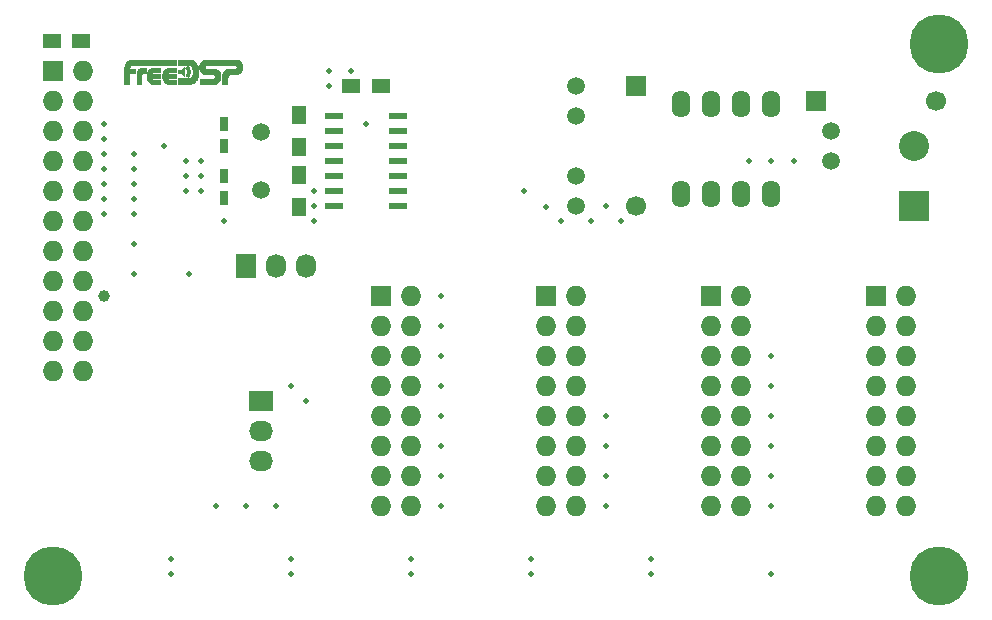
<source format=gts>
G04 #@! TF.FileFunction,Soldermask,Top*
%FSLAX46Y46*%
G04 Gerber Fmt 4.6, Leading zero omitted, Abs format (unit mm)*
G04 Created by KiCad (PCBNEW (2015-07-22 BZR 5980)-product) date Montag, 16. Mai 2016 'u53' 14:53:15*
%MOMM*%
G01*
G04 APERTURE LIST*
%ADD10C,0.100000*%
%ADD11C,5.000000*%
%ADD12C,0.500000*%
%ADD13C,1.000000*%
%ADD14C,1.501140*%
%ADD15R,1.500000X1.250000*%
%ADD16C,1.699260*%
%ADD17R,1.699260X1.699260*%
%ADD18R,1.727200X2.032000*%
%ADD19O,1.727200X2.032000*%
%ADD20R,2.032000X1.727200*%
%ADD21O,2.032000X1.727200*%
%ADD22R,2.540000X2.540000*%
%ADD23C,2.540000*%
%ADD24R,1.727200X1.727200*%
%ADD25O,1.727200X1.727200*%
%ADD26R,1.300000X1.500000*%
%ADD27R,1.500000X0.600000*%
%ADD28O,1.600000X2.300000*%
%ADD29R,0.750000X1.200000*%
G04 APERTURE END LIST*
D10*
G36*
X157892750Y-65361344D02*
X157507781Y-65361344D01*
X157443458Y-65361354D01*
X157386619Y-65361389D01*
X157336813Y-65361455D01*
X157293585Y-65361560D01*
X157256484Y-65361712D01*
X157225057Y-65361916D01*
X157198850Y-65362181D01*
X157177412Y-65362513D01*
X157160289Y-65362921D01*
X157147028Y-65363409D01*
X157137177Y-65363987D01*
X157130283Y-65364661D01*
X157125894Y-65365438D01*
X157123556Y-65366325D01*
X157122816Y-65367330D01*
X157122813Y-65367417D01*
X157124643Y-65375906D01*
X157129524Y-65389224D01*
X157136538Y-65405321D01*
X157144771Y-65422152D01*
X157153305Y-65437669D01*
X157156806Y-65443376D01*
X157172041Y-65464047D01*
X157189578Y-65482810D01*
X157207364Y-65497622D01*
X157217904Y-65504075D01*
X157223866Y-65506940D01*
X157230036Y-65509443D01*
X157236968Y-65511607D01*
X157245214Y-65513457D01*
X157255327Y-65515018D01*
X157267860Y-65516313D01*
X157283366Y-65517369D01*
X157302398Y-65518208D01*
X157325509Y-65518856D01*
X157353252Y-65519336D01*
X157386180Y-65519675D01*
X157424846Y-65519895D01*
X157469802Y-65520022D01*
X157521602Y-65520080D01*
X157579414Y-65520094D01*
X157884813Y-65520094D01*
X157884813Y-65684797D01*
X157884813Y-65849500D01*
X157542508Y-65848979D01*
X157490403Y-65848864D01*
X157440102Y-65848686D01*
X157392237Y-65848450D01*
X157347442Y-65848163D01*
X157306348Y-65847830D01*
X157269588Y-65847459D01*
X157237795Y-65847054D01*
X157211601Y-65846623D01*
X157191637Y-65846172D01*
X157178538Y-65845706D01*
X157173800Y-65845375D01*
X157118381Y-65834991D01*
X157065378Y-65817184D01*
X157015070Y-65792176D01*
X156967736Y-65760187D01*
X156923652Y-65721439D01*
X156883099Y-65676153D01*
X156846353Y-65624550D01*
X156813694Y-65566851D01*
X156807451Y-65554128D01*
X156783095Y-65497809D01*
X156763767Y-65440672D01*
X156749151Y-65381317D01*
X156738930Y-65318347D01*
X156732789Y-65250363D01*
X156731230Y-65216485D01*
X156731225Y-65138101D01*
X156736760Y-65064667D01*
X156748010Y-64995285D01*
X156765146Y-64929056D01*
X156788343Y-64865082D01*
X156807097Y-64823578D01*
X156839010Y-64765499D01*
X156874989Y-64713668D01*
X156914811Y-64668300D01*
X156958255Y-64629608D01*
X157005097Y-64597804D01*
X157055116Y-64573104D01*
X157076288Y-64565149D01*
X157087246Y-64561357D01*
X157097031Y-64558012D01*
X157106186Y-64555082D01*
X157115257Y-64552538D01*
X157124786Y-64550350D01*
X157135318Y-64548490D01*
X157147398Y-64546926D01*
X157161568Y-64545630D01*
X157178374Y-64544572D01*
X157198359Y-64543722D01*
X157222067Y-64543051D01*
X157250043Y-64542528D01*
X157282831Y-64542125D01*
X157320973Y-64541811D01*
X157365016Y-64541558D01*
X157415502Y-64541334D01*
X157472976Y-64541111D01*
X157520680Y-64540928D01*
X157884813Y-64539500D01*
X157884813Y-64708237D01*
X157884813Y-64876975D01*
X157564336Y-64878058D01*
X157243859Y-64879141D01*
X157222558Y-64890939D01*
X157207898Y-64900774D01*
X157192655Y-64913636D01*
X157183794Y-64922689D01*
X157170161Y-64940729D01*
X157155856Y-64963818D01*
X157142319Y-64989350D01*
X157130984Y-65014723D01*
X157126756Y-65026058D01*
X157119271Y-65047813D01*
X157506011Y-65047813D01*
X157892750Y-65047813D01*
X157892750Y-65204578D01*
X157892750Y-65361344D01*
X157892750Y-65361344D01*
X157892750Y-65361344D01*
G37*
X157892750Y-65361344D02*
X157507781Y-65361344D01*
X157443458Y-65361354D01*
X157386619Y-65361389D01*
X157336813Y-65361455D01*
X157293585Y-65361560D01*
X157256484Y-65361712D01*
X157225057Y-65361916D01*
X157198850Y-65362181D01*
X157177412Y-65362513D01*
X157160289Y-65362921D01*
X157147028Y-65363409D01*
X157137177Y-65363987D01*
X157130283Y-65364661D01*
X157125894Y-65365438D01*
X157123556Y-65366325D01*
X157122816Y-65367330D01*
X157122813Y-65367417D01*
X157124643Y-65375906D01*
X157129524Y-65389224D01*
X157136538Y-65405321D01*
X157144771Y-65422152D01*
X157153305Y-65437669D01*
X157156806Y-65443376D01*
X157172041Y-65464047D01*
X157189578Y-65482810D01*
X157207364Y-65497622D01*
X157217904Y-65504075D01*
X157223866Y-65506940D01*
X157230036Y-65509443D01*
X157236968Y-65511607D01*
X157245214Y-65513457D01*
X157255327Y-65515018D01*
X157267860Y-65516313D01*
X157283366Y-65517369D01*
X157302398Y-65518208D01*
X157325509Y-65518856D01*
X157353252Y-65519336D01*
X157386180Y-65519675D01*
X157424846Y-65519895D01*
X157469802Y-65520022D01*
X157521602Y-65520080D01*
X157579414Y-65520094D01*
X157884813Y-65520094D01*
X157884813Y-65684797D01*
X157884813Y-65849500D01*
X157542508Y-65848979D01*
X157490403Y-65848864D01*
X157440102Y-65848686D01*
X157392237Y-65848450D01*
X157347442Y-65848163D01*
X157306348Y-65847830D01*
X157269588Y-65847459D01*
X157237795Y-65847054D01*
X157211601Y-65846623D01*
X157191637Y-65846172D01*
X157178538Y-65845706D01*
X157173800Y-65845375D01*
X157118381Y-65834991D01*
X157065378Y-65817184D01*
X157015070Y-65792176D01*
X156967736Y-65760187D01*
X156923652Y-65721439D01*
X156883099Y-65676153D01*
X156846353Y-65624550D01*
X156813694Y-65566851D01*
X156807451Y-65554128D01*
X156783095Y-65497809D01*
X156763767Y-65440672D01*
X156749151Y-65381317D01*
X156738930Y-65318347D01*
X156732789Y-65250363D01*
X156731230Y-65216485D01*
X156731225Y-65138101D01*
X156736760Y-65064667D01*
X156748010Y-64995285D01*
X156765146Y-64929056D01*
X156788343Y-64865082D01*
X156807097Y-64823578D01*
X156839010Y-64765499D01*
X156874989Y-64713668D01*
X156914811Y-64668300D01*
X156958255Y-64629608D01*
X157005097Y-64597804D01*
X157055116Y-64573104D01*
X157076288Y-64565149D01*
X157087246Y-64561357D01*
X157097031Y-64558012D01*
X157106186Y-64555082D01*
X157115257Y-64552538D01*
X157124786Y-64550350D01*
X157135318Y-64548490D01*
X157147398Y-64546926D01*
X157161568Y-64545630D01*
X157178374Y-64544572D01*
X157198359Y-64543722D01*
X157222067Y-64543051D01*
X157250043Y-64542528D01*
X157282831Y-64542125D01*
X157320973Y-64541811D01*
X157365016Y-64541558D01*
X157415502Y-64541334D01*
X157472976Y-64541111D01*
X157520680Y-64540928D01*
X157884813Y-64539500D01*
X157884813Y-64708237D01*
X157884813Y-64876975D01*
X157564336Y-64878058D01*
X157243859Y-64879141D01*
X157222558Y-64890939D01*
X157207898Y-64900774D01*
X157192655Y-64913636D01*
X157183794Y-64922689D01*
X157170161Y-64940729D01*
X157155856Y-64963818D01*
X157142319Y-64989350D01*
X157130984Y-65014723D01*
X157126756Y-65026058D01*
X157119271Y-65047813D01*
X157506011Y-65047813D01*
X157892750Y-65047813D01*
X157892750Y-65204578D01*
X157892750Y-65361344D01*
X157892750Y-65361344D01*
G36*
X155332906Y-64912875D02*
X155292227Y-64913211D01*
X155275885Y-64913442D01*
X155253482Y-64913894D01*
X155226888Y-64914524D01*
X155197976Y-64915286D01*
X155168615Y-64916134D01*
X155160266Y-64916391D01*
X155130939Y-64917335D01*
X155108319Y-64918206D01*
X155091176Y-64919153D01*
X155078282Y-64920327D01*
X155068408Y-64921878D01*
X155060327Y-64923954D01*
X155052809Y-64926706D01*
X155044626Y-64930285D01*
X155043979Y-64930578D01*
X155018409Y-64946098D01*
X154996731Y-64967037D01*
X154980599Y-64991659D01*
X154976219Y-65001747D01*
X154973408Y-65009390D01*
X154970920Y-65016740D01*
X154968740Y-65024298D01*
X154966850Y-65032567D01*
X154965236Y-65042049D01*
X154963881Y-65053248D01*
X154962770Y-65066665D01*
X154961886Y-65082803D01*
X154961214Y-65102164D01*
X154960738Y-65125251D01*
X154960442Y-65152565D01*
X154960310Y-65184611D01*
X154960326Y-65221889D01*
X154960474Y-65264903D01*
X154960739Y-65314155D01*
X154961105Y-65370148D01*
X154961555Y-65433383D01*
X154961746Y-65459571D01*
X154964569Y-65845532D01*
X154775675Y-65845532D01*
X154586781Y-65845532D01*
X154586805Y-65384164D01*
X154586814Y-65310998D01*
X154586844Y-65245302D01*
X154586910Y-65186611D01*
X154587028Y-65134458D01*
X154587212Y-65088378D01*
X154587479Y-65047903D01*
X154587843Y-65012567D01*
X154588319Y-64981904D01*
X154588924Y-64955447D01*
X154589673Y-64932730D01*
X154590580Y-64913287D01*
X154591661Y-64896652D01*
X154592931Y-64882357D01*
X154594406Y-64869936D01*
X154596101Y-64858924D01*
X154598032Y-64848854D01*
X154600213Y-64839259D01*
X154602661Y-64829672D01*
X154605350Y-64819772D01*
X154623596Y-64767257D01*
X154647928Y-64719414D01*
X154677983Y-64676604D01*
X154713400Y-64639191D01*
X154753817Y-64607538D01*
X154798872Y-64582007D01*
X154848203Y-64562961D01*
X154866578Y-64557852D01*
X154879750Y-64554748D01*
X154893028Y-64552133D01*
X154907209Y-64549966D01*
X154923092Y-64548206D01*
X154941472Y-64546813D01*
X154963147Y-64545745D01*
X154988915Y-64544962D01*
X155019572Y-64544422D01*
X155055915Y-64544086D01*
X155098742Y-64543911D01*
X155139430Y-64543860D01*
X155332906Y-64543782D01*
X155332906Y-64728328D01*
X155332906Y-64912875D01*
X155332906Y-64912875D01*
X155332906Y-64912875D01*
G37*
X155332906Y-64912875D02*
X155292227Y-64913211D01*
X155275885Y-64913442D01*
X155253482Y-64913894D01*
X155226888Y-64914524D01*
X155197976Y-64915286D01*
X155168615Y-64916134D01*
X155160266Y-64916391D01*
X155130939Y-64917335D01*
X155108319Y-64918206D01*
X155091176Y-64919153D01*
X155078282Y-64920327D01*
X155068408Y-64921878D01*
X155060327Y-64923954D01*
X155052809Y-64926706D01*
X155044626Y-64930285D01*
X155043979Y-64930578D01*
X155018409Y-64946098D01*
X154996731Y-64967037D01*
X154980599Y-64991659D01*
X154976219Y-65001747D01*
X154973408Y-65009390D01*
X154970920Y-65016740D01*
X154968740Y-65024298D01*
X154966850Y-65032567D01*
X154965236Y-65042049D01*
X154963881Y-65053248D01*
X154962770Y-65066665D01*
X154961886Y-65082803D01*
X154961214Y-65102164D01*
X154960738Y-65125251D01*
X154960442Y-65152565D01*
X154960310Y-65184611D01*
X154960326Y-65221889D01*
X154960474Y-65264903D01*
X154960739Y-65314155D01*
X154961105Y-65370148D01*
X154961555Y-65433383D01*
X154961746Y-65459571D01*
X154964569Y-65845532D01*
X154775675Y-65845532D01*
X154586781Y-65845532D01*
X154586805Y-65384164D01*
X154586814Y-65310998D01*
X154586844Y-65245302D01*
X154586910Y-65186611D01*
X154587028Y-65134458D01*
X154587212Y-65088378D01*
X154587479Y-65047903D01*
X154587843Y-65012567D01*
X154588319Y-64981904D01*
X154588924Y-64955447D01*
X154589673Y-64932730D01*
X154590580Y-64913287D01*
X154591661Y-64896652D01*
X154592931Y-64882357D01*
X154594406Y-64869936D01*
X154596101Y-64858924D01*
X154598032Y-64848854D01*
X154600213Y-64839259D01*
X154602661Y-64829672D01*
X154605350Y-64819772D01*
X154623596Y-64767257D01*
X154647928Y-64719414D01*
X154677983Y-64676604D01*
X154713400Y-64639191D01*
X154753817Y-64607538D01*
X154798872Y-64582007D01*
X154848203Y-64562961D01*
X154866578Y-64557852D01*
X154879750Y-64554748D01*
X154893028Y-64552133D01*
X154907209Y-64549966D01*
X154923092Y-64548206D01*
X154941472Y-64546813D01*
X154963147Y-64545745D01*
X154988915Y-64544962D01*
X155019572Y-64544422D01*
X155055915Y-64544086D01*
X155098742Y-64543911D01*
X155139430Y-64543860D01*
X155332906Y-64543782D01*
X155332906Y-64728328D01*
X155332906Y-64912875D01*
X155332906Y-64912875D01*
G36*
X156575125Y-65361344D02*
X156189889Y-65361344D01*
X155804653Y-65361344D01*
X155807278Y-65370274D01*
X155810134Y-65377803D01*
X155815506Y-65390250D01*
X155822426Y-65405401D01*
X155825413Y-65411728D01*
X155841092Y-65439306D01*
X155860311Y-65464713D01*
X155881494Y-65486157D01*
X155903062Y-65501841D01*
X155906087Y-65503509D01*
X155926234Y-65514141D01*
X156248695Y-65515223D01*
X156571156Y-65516306D01*
X156571156Y-65680919D01*
X156571156Y-65845532D01*
X156214961Y-65845250D01*
X156153409Y-65845194D01*
X156099258Y-65845123D01*
X156051973Y-65845027D01*
X156011018Y-65844893D01*
X155975857Y-65844712D01*
X155945954Y-65844472D01*
X155920773Y-65844162D01*
X155899778Y-65843772D01*
X155882434Y-65843291D01*
X155868205Y-65842707D01*
X155856555Y-65842010D01*
X155846947Y-65841188D01*
X155838846Y-65840232D01*
X155831717Y-65839129D01*
X155825022Y-65837870D01*
X155821988Y-65837245D01*
X155766691Y-65821733D01*
X155714828Y-65799127D01*
X155666351Y-65769394D01*
X155621218Y-65732502D01*
X155579382Y-65688417D01*
X155540799Y-65637106D01*
X155534292Y-65627250D01*
X155500019Y-65568416D01*
X155471862Y-65506984D01*
X155449677Y-65442384D01*
X155433323Y-65374043D01*
X155422657Y-65301390D01*
X155417539Y-65223855D01*
X155417364Y-65156953D01*
X155420210Y-65093980D01*
X155425918Y-65037010D01*
X155434827Y-64984518D01*
X155447276Y-64934983D01*
X155463603Y-64886880D01*
X155484145Y-64838688D01*
X155491379Y-64823578D01*
X155523794Y-64764385D01*
X155559587Y-64712294D01*
X155598968Y-64667131D01*
X155642148Y-64628718D01*
X155689337Y-64596882D01*
X155740746Y-64571445D01*
X155796585Y-64552233D01*
X155825145Y-64545144D01*
X155831072Y-64544004D01*
X155838195Y-64542993D01*
X155847026Y-64542101D01*
X155858078Y-64541317D01*
X155871864Y-64540629D01*
X155888897Y-64540028D01*
X155909691Y-64539501D01*
X155934758Y-64539040D01*
X155964612Y-64538631D01*
X155999765Y-64538266D01*
X156040731Y-64537933D01*
X156088022Y-64537621D01*
X156142152Y-64537319D01*
X156203633Y-64537018D01*
X156212977Y-64536974D01*
X156571156Y-64535317D01*
X156571157Y-64705245D01*
X156571158Y-64875172D01*
X156254649Y-64875172D01*
X155938141Y-64875172D01*
X155915438Y-64885813D01*
X155890909Y-64901102D01*
X155867780Y-64922789D01*
X155847628Y-64949333D01*
X155843579Y-64955964D01*
X155836676Y-64968724D01*
X155828919Y-64984527D01*
X155821118Y-65001522D01*
X155814086Y-65017858D01*
X155808633Y-65031684D01*
X155805571Y-65041149D01*
X155805188Y-65043568D01*
X155808120Y-65044348D01*
X155817050Y-65045043D01*
X155832173Y-65045654D01*
X155853686Y-65046185D01*
X155881785Y-65046637D01*
X155916667Y-65047012D01*
X155958529Y-65047312D01*
X156007566Y-65047540D01*
X156063976Y-65047698D01*
X156127956Y-65047788D01*
X156190156Y-65047813D01*
X156575125Y-65047813D01*
X156575125Y-65204578D01*
X156575125Y-65361344D01*
X156575125Y-65361344D01*
X156575125Y-65361344D01*
G37*
X156575125Y-65361344D02*
X156189889Y-65361344D01*
X155804653Y-65361344D01*
X155807278Y-65370274D01*
X155810134Y-65377803D01*
X155815506Y-65390250D01*
X155822426Y-65405401D01*
X155825413Y-65411728D01*
X155841092Y-65439306D01*
X155860311Y-65464713D01*
X155881494Y-65486157D01*
X155903062Y-65501841D01*
X155906087Y-65503509D01*
X155926234Y-65514141D01*
X156248695Y-65515223D01*
X156571156Y-65516306D01*
X156571156Y-65680919D01*
X156571156Y-65845532D01*
X156214961Y-65845250D01*
X156153409Y-65845194D01*
X156099258Y-65845123D01*
X156051973Y-65845027D01*
X156011018Y-65844893D01*
X155975857Y-65844712D01*
X155945954Y-65844472D01*
X155920773Y-65844162D01*
X155899778Y-65843772D01*
X155882434Y-65843291D01*
X155868205Y-65842707D01*
X155856555Y-65842010D01*
X155846947Y-65841188D01*
X155838846Y-65840232D01*
X155831717Y-65839129D01*
X155825022Y-65837870D01*
X155821988Y-65837245D01*
X155766691Y-65821733D01*
X155714828Y-65799127D01*
X155666351Y-65769394D01*
X155621218Y-65732502D01*
X155579382Y-65688417D01*
X155540799Y-65637106D01*
X155534292Y-65627250D01*
X155500019Y-65568416D01*
X155471862Y-65506984D01*
X155449677Y-65442384D01*
X155433323Y-65374043D01*
X155422657Y-65301390D01*
X155417539Y-65223855D01*
X155417364Y-65156953D01*
X155420210Y-65093980D01*
X155425918Y-65037010D01*
X155434827Y-64984518D01*
X155447276Y-64934983D01*
X155463603Y-64886880D01*
X155484145Y-64838688D01*
X155491379Y-64823578D01*
X155523794Y-64764385D01*
X155559587Y-64712294D01*
X155598968Y-64667131D01*
X155642148Y-64628718D01*
X155689337Y-64596882D01*
X155740746Y-64571445D01*
X155796585Y-64552233D01*
X155825145Y-64545144D01*
X155831072Y-64544004D01*
X155838195Y-64542993D01*
X155847026Y-64542101D01*
X155858078Y-64541317D01*
X155871864Y-64540629D01*
X155888897Y-64540028D01*
X155909691Y-64539501D01*
X155934758Y-64539040D01*
X155964612Y-64538631D01*
X155999765Y-64538266D01*
X156040731Y-64537933D01*
X156088022Y-64537621D01*
X156142152Y-64537319D01*
X156203633Y-64537018D01*
X156212977Y-64536974D01*
X156571156Y-64535317D01*
X156571157Y-64705245D01*
X156571158Y-64875172D01*
X156254649Y-64875172D01*
X155938141Y-64875172D01*
X155915438Y-64885813D01*
X155890909Y-64901102D01*
X155867780Y-64922789D01*
X155847628Y-64949333D01*
X155843579Y-64955964D01*
X155836676Y-64968724D01*
X155828919Y-64984527D01*
X155821118Y-65001522D01*
X155814086Y-65017858D01*
X155808633Y-65031684D01*
X155805571Y-65041149D01*
X155805188Y-65043568D01*
X155808120Y-65044348D01*
X155817050Y-65045043D01*
X155832173Y-65045654D01*
X155853686Y-65046185D01*
X155881785Y-65046637D01*
X155916667Y-65047012D01*
X155958529Y-65047312D01*
X156007566Y-65047540D01*
X156063976Y-65047698D01*
X156127956Y-65047788D01*
X156190156Y-65047813D01*
X156575125Y-65047813D01*
X156575125Y-65204578D01*
X156575125Y-65361344D01*
X156575125Y-65361344D01*
G36*
X157892750Y-64242107D02*
X156020492Y-64243124D01*
X154148234Y-64244141D01*
X154114325Y-64256285D01*
X154076678Y-64272719D01*
X154044338Y-64293545D01*
X154015299Y-64320071D01*
X154013650Y-64321838D01*
X153987009Y-64356230D01*
X153965487Y-64395847D01*
X153949513Y-64439514D01*
X153939512Y-64486053D01*
X153935911Y-64534290D01*
X153935906Y-64536131D01*
X153935906Y-64559657D01*
X154193875Y-64559657D01*
X154451844Y-64559657D01*
X154451844Y-64746188D01*
X154451844Y-64932719D01*
X154193875Y-64932719D01*
X153935906Y-64932719D01*
X153935906Y-65387141D01*
X153935906Y-65841563D01*
X153711491Y-65841563D01*
X153487077Y-65841563D01*
X153488515Y-65249227D01*
X153488714Y-65166939D01*
X153488903Y-65092142D01*
X153489095Y-65024390D01*
X153489303Y-64963237D01*
X153489540Y-64908235D01*
X153489820Y-64858938D01*
X153490155Y-64814901D01*
X153490560Y-64775677D01*
X153491048Y-64740819D01*
X153491631Y-64709881D01*
X153492323Y-64682416D01*
X153493138Y-64657979D01*
X153494088Y-64636122D01*
X153495188Y-64616400D01*
X153496449Y-64598366D01*
X153497886Y-64581574D01*
X153499513Y-64565576D01*
X153501341Y-64549928D01*
X153503384Y-64534182D01*
X153505657Y-64517892D01*
X153508171Y-64500612D01*
X153510941Y-64481895D01*
X153511474Y-64478297D01*
X153526656Y-64393474D01*
X153546247Y-64314843D01*
X153570433Y-64241874D01*
X153599405Y-64174035D01*
X153633349Y-64110796D01*
X153653045Y-64079528D01*
X153673695Y-64051069D01*
X153698489Y-64021160D01*
X153725799Y-63991494D01*
X153753991Y-63963762D01*
X153781437Y-63939654D01*
X153805109Y-63921803D01*
X153861315Y-63888384D01*
X153922540Y-63860833D01*
X153988263Y-63839330D01*
X154057967Y-63824058D01*
X154103430Y-63817745D01*
X154110083Y-63817375D01*
X154123164Y-63817024D01*
X154142742Y-63816690D01*
X154168885Y-63816374D01*
X154201662Y-63816076D01*
X154241140Y-63815795D01*
X154287389Y-63815531D01*
X154340476Y-63815285D01*
X154400469Y-63815055D01*
X154467438Y-63814842D01*
X154541450Y-63814645D01*
X154622574Y-63814466D01*
X154710879Y-63814302D01*
X154806431Y-63814155D01*
X154909301Y-63814023D01*
X155019556Y-63813908D01*
X155137264Y-63813808D01*
X155262494Y-63813724D01*
X155395315Y-63813655D01*
X155535794Y-63813602D01*
X155684000Y-63813563D01*
X155840002Y-63813540D01*
X156003867Y-63813532D01*
X156017359Y-63813532D01*
X157892750Y-63813532D01*
X157892750Y-64027819D01*
X157892750Y-64242107D01*
X157892750Y-64242107D01*
X157892750Y-64242107D01*
G37*
X157892750Y-64242107D02*
X156020492Y-64243124D01*
X154148234Y-64244141D01*
X154114325Y-64256285D01*
X154076678Y-64272719D01*
X154044338Y-64293545D01*
X154015299Y-64320071D01*
X154013650Y-64321838D01*
X153987009Y-64356230D01*
X153965487Y-64395847D01*
X153949513Y-64439514D01*
X153939512Y-64486053D01*
X153935911Y-64534290D01*
X153935906Y-64536131D01*
X153935906Y-64559657D01*
X154193875Y-64559657D01*
X154451844Y-64559657D01*
X154451844Y-64746188D01*
X154451844Y-64932719D01*
X154193875Y-64932719D01*
X153935906Y-64932719D01*
X153935906Y-65387141D01*
X153935906Y-65841563D01*
X153711491Y-65841563D01*
X153487077Y-65841563D01*
X153488515Y-65249227D01*
X153488714Y-65166939D01*
X153488903Y-65092142D01*
X153489095Y-65024390D01*
X153489303Y-64963237D01*
X153489540Y-64908235D01*
X153489820Y-64858938D01*
X153490155Y-64814901D01*
X153490560Y-64775677D01*
X153491048Y-64740819D01*
X153491631Y-64709881D01*
X153492323Y-64682416D01*
X153493138Y-64657979D01*
X153494088Y-64636122D01*
X153495188Y-64616400D01*
X153496449Y-64598366D01*
X153497886Y-64581574D01*
X153499513Y-64565576D01*
X153501341Y-64549928D01*
X153503384Y-64534182D01*
X153505657Y-64517892D01*
X153508171Y-64500612D01*
X153510941Y-64481895D01*
X153511474Y-64478297D01*
X153526656Y-64393474D01*
X153546247Y-64314843D01*
X153570433Y-64241874D01*
X153599405Y-64174035D01*
X153633349Y-64110796D01*
X153653045Y-64079528D01*
X153673695Y-64051069D01*
X153698489Y-64021160D01*
X153725799Y-63991494D01*
X153753991Y-63963762D01*
X153781437Y-63939654D01*
X153805109Y-63921803D01*
X153861315Y-63888384D01*
X153922540Y-63860833D01*
X153988263Y-63839330D01*
X154057967Y-63824058D01*
X154103430Y-63817745D01*
X154110083Y-63817375D01*
X154123164Y-63817024D01*
X154142742Y-63816690D01*
X154168885Y-63816374D01*
X154201662Y-63816076D01*
X154241140Y-63815795D01*
X154287389Y-63815531D01*
X154340476Y-63815285D01*
X154400469Y-63815055D01*
X154467438Y-63814842D01*
X154541450Y-63814645D01*
X154622574Y-63814466D01*
X154710879Y-63814302D01*
X154806431Y-63814155D01*
X154909301Y-63814023D01*
X155019556Y-63813908D01*
X155137264Y-63813808D01*
X155262494Y-63813724D01*
X155395315Y-63813655D01*
X155535794Y-63813602D01*
X155684000Y-63813563D01*
X155840002Y-63813540D01*
X156003867Y-63813532D01*
X156017359Y-63813532D01*
X157892750Y-63813532D01*
X157892750Y-64027819D01*
X157892750Y-64242107D01*
X157892750Y-64242107D01*
G36*
X159799675Y-64849408D02*
X159799212Y-64890105D01*
X159798267Y-64929341D01*
X159796849Y-64965552D01*
X159794967Y-64997174D01*
X159792629Y-65022645D01*
X159792468Y-65024000D01*
X159777495Y-65121050D01*
X159756714Y-65213018D01*
X159730162Y-65299771D01*
X159697878Y-65381173D01*
X159681052Y-65416907D01*
X159641238Y-65489975D01*
X159597610Y-65556410D01*
X159550277Y-65616120D01*
X159499348Y-65669011D01*
X159444933Y-65714990D01*
X159387140Y-65753966D01*
X159326079Y-65785845D01*
X159261859Y-65810533D01*
X159198308Y-65827185D01*
X159188213Y-65829200D01*
X159178182Y-65831016D01*
X159167774Y-65832645D01*
X159156548Y-65834097D01*
X159144064Y-65835382D01*
X159129879Y-65836510D01*
X159113554Y-65837490D01*
X159094647Y-65838335D01*
X159072717Y-65839053D01*
X159047324Y-65839655D01*
X159018026Y-65840151D01*
X158984383Y-65840551D01*
X158945954Y-65840866D01*
X158902297Y-65841105D01*
X158852971Y-65841279D01*
X158797537Y-65841399D01*
X158735552Y-65841473D01*
X158666576Y-65841513D01*
X158590168Y-65841529D01*
X158578352Y-65841530D01*
X158059438Y-65841563D01*
X158059438Y-65621297D01*
X158059438Y-65401032D01*
X158522789Y-65401002D01*
X158603305Y-65400959D01*
X158676945Y-65400844D01*
X158743600Y-65400657D01*
X158803162Y-65400399D01*
X158855522Y-65400071D01*
X158900573Y-65399674D01*
X158938206Y-65399209D01*
X158968312Y-65398676D01*
X158990783Y-65398076D01*
X159005510Y-65397412D01*
X159011583Y-65396843D01*
X159050721Y-65387738D01*
X159085686Y-65373399D01*
X159118148Y-65352958D01*
X159149776Y-65325545D01*
X159151337Y-65324004D01*
X159184851Y-65285673D01*
X159215267Y-65240509D01*
X159242334Y-65189091D01*
X159265800Y-65131995D01*
X159285414Y-65069799D01*
X159300926Y-65003079D01*
X159307648Y-64964469D01*
X159310808Y-64938481D01*
X159313359Y-64906548D01*
X159315252Y-64870646D01*
X159316439Y-64832748D01*
X159316873Y-64794829D01*
X159316503Y-64758861D01*
X159315284Y-64726819D01*
X159313918Y-64707998D01*
X159305444Y-64640181D01*
X159292845Y-64577788D01*
X159275689Y-64519217D01*
X159253544Y-64462867D01*
X159240276Y-64434641D01*
X159214676Y-64388236D01*
X159187284Y-64349069D01*
X159157542Y-64316536D01*
X159124894Y-64290034D01*
X159088782Y-64268961D01*
X159085942Y-64267594D01*
X159078246Y-64263934D01*
X159071092Y-64260647D01*
X159064032Y-64257713D01*
X159056619Y-64255112D01*
X159048408Y-64252824D01*
X159038951Y-64250829D01*
X159027803Y-64249105D01*
X159014516Y-64247634D01*
X158998645Y-64246395D01*
X158979741Y-64245368D01*
X158957360Y-64244532D01*
X158931055Y-64243868D01*
X158900378Y-64243354D01*
X158864884Y-64242972D01*
X158824125Y-64242700D01*
X158777656Y-64242519D01*
X158725030Y-64242408D01*
X158665800Y-64242347D01*
X158599519Y-64242316D01*
X158526758Y-64242295D01*
X158059438Y-64242157D01*
X158059438Y-64027748D01*
X158059438Y-63813341D01*
X158600180Y-63814434D01*
X159140922Y-63815529D01*
X159183647Y-63824607D01*
X159251963Y-63842916D01*
X159316579Y-63868059D01*
X159377593Y-63900110D01*
X159435104Y-63939143D01*
X159489210Y-63985231D01*
X159540009Y-64038447D01*
X159587599Y-64098866D01*
X159625021Y-64155002D01*
X159666049Y-64227279D01*
X159701450Y-64302737D01*
X159731427Y-64382002D01*
X159756184Y-64465701D01*
X159775923Y-64554460D01*
X159790847Y-64648906D01*
X159794446Y-64678719D01*
X159796528Y-64703272D01*
X159798083Y-64734181D01*
X159799120Y-64769882D01*
X159799648Y-64808812D01*
X159799675Y-64849408D01*
X159799675Y-64849408D01*
X159799675Y-64849408D01*
G37*
X159799675Y-64849408D02*
X159799212Y-64890105D01*
X159798267Y-64929341D01*
X159796849Y-64965552D01*
X159794967Y-64997174D01*
X159792629Y-65022645D01*
X159792468Y-65024000D01*
X159777495Y-65121050D01*
X159756714Y-65213018D01*
X159730162Y-65299771D01*
X159697878Y-65381173D01*
X159681052Y-65416907D01*
X159641238Y-65489975D01*
X159597610Y-65556410D01*
X159550277Y-65616120D01*
X159499348Y-65669011D01*
X159444933Y-65714990D01*
X159387140Y-65753966D01*
X159326079Y-65785845D01*
X159261859Y-65810533D01*
X159198308Y-65827185D01*
X159188213Y-65829200D01*
X159178182Y-65831016D01*
X159167774Y-65832645D01*
X159156548Y-65834097D01*
X159144064Y-65835382D01*
X159129879Y-65836510D01*
X159113554Y-65837490D01*
X159094647Y-65838335D01*
X159072717Y-65839053D01*
X159047324Y-65839655D01*
X159018026Y-65840151D01*
X158984383Y-65840551D01*
X158945954Y-65840866D01*
X158902297Y-65841105D01*
X158852971Y-65841279D01*
X158797537Y-65841399D01*
X158735552Y-65841473D01*
X158666576Y-65841513D01*
X158590168Y-65841529D01*
X158578352Y-65841530D01*
X158059438Y-65841563D01*
X158059438Y-65621297D01*
X158059438Y-65401032D01*
X158522789Y-65401002D01*
X158603305Y-65400959D01*
X158676945Y-65400844D01*
X158743600Y-65400657D01*
X158803162Y-65400399D01*
X158855522Y-65400071D01*
X158900573Y-65399674D01*
X158938206Y-65399209D01*
X158968312Y-65398676D01*
X158990783Y-65398076D01*
X159005510Y-65397412D01*
X159011583Y-65396843D01*
X159050721Y-65387738D01*
X159085686Y-65373399D01*
X159118148Y-65352958D01*
X159149776Y-65325545D01*
X159151337Y-65324004D01*
X159184851Y-65285673D01*
X159215267Y-65240509D01*
X159242334Y-65189091D01*
X159265800Y-65131995D01*
X159285414Y-65069799D01*
X159300926Y-65003079D01*
X159307648Y-64964469D01*
X159310808Y-64938481D01*
X159313359Y-64906548D01*
X159315252Y-64870646D01*
X159316439Y-64832748D01*
X159316873Y-64794829D01*
X159316503Y-64758861D01*
X159315284Y-64726819D01*
X159313918Y-64707998D01*
X159305444Y-64640181D01*
X159292845Y-64577788D01*
X159275689Y-64519217D01*
X159253544Y-64462867D01*
X159240276Y-64434641D01*
X159214676Y-64388236D01*
X159187284Y-64349069D01*
X159157542Y-64316536D01*
X159124894Y-64290034D01*
X159088782Y-64268961D01*
X159085942Y-64267594D01*
X159078246Y-64263934D01*
X159071092Y-64260647D01*
X159064032Y-64257713D01*
X159056619Y-64255112D01*
X159048408Y-64252824D01*
X159038951Y-64250829D01*
X159027803Y-64249105D01*
X159014516Y-64247634D01*
X158998645Y-64246395D01*
X158979741Y-64245368D01*
X158957360Y-64244532D01*
X158931055Y-64243868D01*
X158900378Y-64243354D01*
X158864884Y-64242972D01*
X158824125Y-64242700D01*
X158777656Y-64242519D01*
X158725030Y-64242408D01*
X158665800Y-64242347D01*
X158599519Y-64242316D01*
X158526758Y-64242295D01*
X158059438Y-64242157D01*
X158059438Y-64027748D01*
X158059438Y-63813341D01*
X158600180Y-63814434D01*
X159140922Y-63815529D01*
X159183647Y-63824607D01*
X159251963Y-63842916D01*
X159316579Y-63868059D01*
X159377593Y-63900110D01*
X159435104Y-63939143D01*
X159489210Y-63985231D01*
X159540009Y-64038447D01*
X159587599Y-64098866D01*
X159625021Y-64155002D01*
X159666049Y-64227279D01*
X159701450Y-64302737D01*
X159731427Y-64382002D01*
X159756184Y-64465701D01*
X159775923Y-64554460D01*
X159790847Y-64648906D01*
X159794446Y-64678719D01*
X159796528Y-64703272D01*
X159798083Y-64734181D01*
X159799120Y-64769882D01*
X159799648Y-64808812D01*
X159799675Y-64849408D01*
X159799675Y-64849408D01*
G36*
X163507904Y-64432984D02*
X163507259Y-64458453D01*
X163501025Y-64533538D01*
X163488380Y-64604151D01*
X163469215Y-64670646D01*
X163443420Y-64733380D01*
X163410886Y-64792708D01*
X163397852Y-64812786D01*
X163358518Y-64865025D01*
X163315849Y-64910167D01*
X163269444Y-64948490D01*
X163218901Y-64980272D01*
X163163817Y-65005791D01*
X163103792Y-65025326D01*
X163083875Y-65030267D01*
X163077369Y-65031604D01*
X163069793Y-65032779D01*
X163060561Y-65033809D01*
X163049086Y-65034712D01*
X163034781Y-65035506D01*
X163017057Y-65036209D01*
X162995329Y-65036838D01*
X162969009Y-65037411D01*
X162937510Y-65037946D01*
X162900244Y-65038461D01*
X162856625Y-65038973D01*
X162806065Y-65039501D01*
X162766375Y-65039888D01*
X162711544Y-65040418D01*
X162664047Y-65040902D01*
X162623282Y-65041363D01*
X162588644Y-65041820D01*
X162559531Y-65042295D01*
X162535340Y-65042810D01*
X162515468Y-65043387D01*
X162499312Y-65044045D01*
X162486269Y-65044807D01*
X162475735Y-65045694D01*
X162467107Y-65046727D01*
X162459783Y-65047928D01*
X162453159Y-65049317D01*
X162446633Y-65050917D01*
X162445398Y-65051236D01*
X162402303Y-65065705D01*
X162364802Y-65085500D01*
X162332619Y-65110894D01*
X162305477Y-65142166D01*
X162283098Y-65179591D01*
X162265206Y-65223445D01*
X162261735Y-65234344D01*
X162260019Y-65240099D01*
X162258533Y-65245669D01*
X162257256Y-65251645D01*
X162256171Y-65258622D01*
X162255257Y-65267192D01*
X162254495Y-65277948D01*
X162253866Y-65291484D01*
X162253351Y-65308393D01*
X162252931Y-65329267D01*
X162252586Y-65354700D01*
X162252296Y-65385285D01*
X162252044Y-65421615D01*
X162251808Y-65464284D01*
X162251572Y-65513883D01*
X162251395Y-65552836D01*
X162250098Y-65841563D01*
X162028018Y-65841563D01*
X161805938Y-65841563D01*
X161805938Y-65485065D01*
X161805958Y-65418790D01*
X161806032Y-65359898D01*
X161806178Y-65307834D01*
X161806414Y-65262043D01*
X161806760Y-65221971D01*
X161807235Y-65187062D01*
X161807856Y-65156761D01*
X161808643Y-65130515D01*
X161809614Y-65107768D01*
X161810788Y-65087966D01*
X161812185Y-65070553D01*
X161813821Y-65054975D01*
X161815717Y-65040677D01*
X161817891Y-65027105D01*
X161820361Y-65013703D01*
X161822142Y-65004790D01*
X161838651Y-64941521D01*
X161861269Y-64882695D01*
X161889721Y-64828623D01*
X161923730Y-64779616D01*
X161963023Y-64735984D01*
X162007325Y-64698039D01*
X162056359Y-64666091D01*
X162109852Y-64640451D01*
X162159303Y-64623658D01*
X162172438Y-64620031D01*
X162184719Y-64616835D01*
X162196727Y-64614039D01*
X162209042Y-64611612D01*
X162222245Y-64609522D01*
X162236916Y-64607738D01*
X162253635Y-64606228D01*
X162272982Y-64604961D01*
X162295539Y-64603906D01*
X162321886Y-64603031D01*
X162352602Y-64602305D01*
X162388269Y-64601696D01*
X162429466Y-64601174D01*
X162476775Y-64600706D01*
X162530775Y-64600261D01*
X162592047Y-64599809D01*
X162601672Y-64599740D01*
X162935047Y-64597360D01*
X162954891Y-64587564D01*
X162982228Y-64569931D01*
X163004541Y-64547178D01*
X163021850Y-64520312D01*
X163034177Y-64490341D01*
X163041544Y-64458271D01*
X163043971Y-64425111D01*
X163041480Y-64391866D01*
X163034093Y-64359545D01*
X163021830Y-64329154D01*
X163004714Y-64301701D01*
X162982766Y-64278192D01*
X162956007Y-64259636D01*
X162947836Y-64255548D01*
X162923141Y-64244141D01*
X161690844Y-64244141D01*
X161573515Y-64244142D01*
X161463859Y-64244147D01*
X161361612Y-64244156D01*
X161266511Y-64244172D01*
X161178290Y-64244196D01*
X161096685Y-64244230D01*
X161021434Y-64244274D01*
X160952270Y-64244332D01*
X160888930Y-64244403D01*
X160831150Y-64244490D01*
X160778666Y-64244595D01*
X160731213Y-64244718D01*
X160688528Y-64244862D01*
X160650346Y-64245027D01*
X160616403Y-64245216D01*
X160586434Y-64245431D01*
X160560176Y-64245671D01*
X160537364Y-64245940D01*
X160517735Y-64246238D01*
X160501024Y-64246568D01*
X160486966Y-64246930D01*
X160475298Y-64247327D01*
X160465756Y-64247759D01*
X160458075Y-64248229D01*
X160451990Y-64248737D01*
X160447239Y-64249286D01*
X160443557Y-64249877D01*
X160440679Y-64250512D01*
X160438342Y-64251191D01*
X160437526Y-64251466D01*
X160417760Y-64261403D01*
X160397312Y-64276888D01*
X160378246Y-64296021D01*
X160362627Y-64316903D01*
X160358320Y-64324341D01*
X160342927Y-64361572D01*
X160334767Y-64400968D01*
X160333876Y-64441349D01*
X160340289Y-64481534D01*
X160352538Y-64517016D01*
X160363935Y-64536407D01*
X160380193Y-64555959D01*
X160398990Y-64573298D01*
X160418001Y-64586049D01*
X160422027Y-64588024D01*
X160442672Y-64597360D01*
X160815734Y-64599635D01*
X160881206Y-64600035D01*
X160939280Y-64600413D01*
X160990498Y-64600798D01*
X161035401Y-64601223D01*
X161074529Y-64601717D01*
X161108422Y-64602311D01*
X161137621Y-64603038D01*
X161162667Y-64603928D01*
X161184101Y-64605011D01*
X161202462Y-64606320D01*
X161218291Y-64607885D01*
X161232130Y-64609737D01*
X161244518Y-64611907D01*
X161255996Y-64614426D01*
X161267105Y-64617325D01*
X161278386Y-64620635D01*
X161290378Y-64624388D01*
X161299922Y-64627434D01*
X161353123Y-64648509D01*
X161404016Y-64676782D01*
X161451979Y-64711699D01*
X161496395Y-64752701D01*
X161536642Y-64799234D01*
X161572103Y-64850741D01*
X161595444Y-64892820D01*
X161621852Y-64953859D01*
X161642276Y-65018987D01*
X161656713Y-65087142D01*
X161665158Y-65157266D01*
X161667609Y-65228297D01*
X161664062Y-65299177D01*
X161654515Y-65368844D01*
X161638964Y-65436239D01*
X161617405Y-65500301D01*
X161597467Y-65545169D01*
X161564976Y-65602914D01*
X161527749Y-65655091D01*
X161486157Y-65701367D01*
X161440572Y-65741414D01*
X161391365Y-65774901D01*
X161338908Y-65801499D01*
X161288767Y-65819406D01*
X161278842Y-65822285D01*
X161269604Y-65824904D01*
X161260649Y-65827274D01*
X161251578Y-65829409D01*
X161241988Y-65831319D01*
X161231477Y-65833018D01*
X161219644Y-65834518D01*
X161206087Y-65835832D01*
X161190405Y-65836971D01*
X161172195Y-65837948D01*
X161151057Y-65838776D01*
X161126588Y-65839467D01*
X161098388Y-65840034D01*
X161066053Y-65840488D01*
X161029183Y-65840842D01*
X160987376Y-65841108D01*
X160940231Y-65841300D01*
X160887345Y-65841428D01*
X160828317Y-65841507D01*
X160762745Y-65841547D01*
X160690228Y-65841562D01*
X160610364Y-65841563D01*
X160570155Y-65841563D01*
X159968406Y-65841563D01*
X159968406Y-65625333D01*
X159968406Y-65409103D01*
X160527008Y-65408044D01*
X161085609Y-65406985D01*
X161106302Y-65397628D01*
X161131835Y-65381862D01*
X161154038Y-65359666D01*
X161172384Y-65332036D01*
X161186347Y-65299968D01*
X161195401Y-65264457D01*
X161199020Y-65226499D01*
X161199064Y-65222083D01*
X161196306Y-65179983D01*
X161187849Y-65143216D01*
X161173580Y-65111477D01*
X161153383Y-65084457D01*
X161144647Y-65075834D01*
X161138881Y-65070408D01*
X161133834Y-65065599D01*
X161129019Y-65061367D01*
X161123948Y-65057671D01*
X161118135Y-65054473D01*
X161111092Y-65051732D01*
X161102331Y-65049408D01*
X161091366Y-65047462D01*
X161077708Y-65045853D01*
X161060870Y-65044542D01*
X161040366Y-65043489D01*
X161015707Y-65042654D01*
X160986407Y-65041996D01*
X160951978Y-65041477D01*
X160911932Y-65041057D01*
X160865782Y-65040694D01*
X160813042Y-65040350D01*
X160753223Y-65039985D01*
X160702625Y-65039668D01*
X160638067Y-65039241D01*
X160580952Y-65038834D01*
X160530788Y-65038437D01*
X160487081Y-65038038D01*
X160449337Y-65037626D01*
X160417063Y-65037190D01*
X160389766Y-65036720D01*
X160366951Y-65036204D01*
X160348126Y-65035631D01*
X160332797Y-65034991D01*
X160320470Y-65034272D01*
X160310651Y-65033463D01*
X160302849Y-65032554D01*
X160296568Y-65031534D01*
X160291859Y-65030523D01*
X160236792Y-65015017D01*
X160187708Y-64996095D01*
X160143083Y-64972916D01*
X160101392Y-64944638D01*
X160061110Y-64910419D01*
X160043625Y-64893450D01*
X160000025Y-64844712D01*
X159962930Y-64792553D01*
X159932107Y-64736482D01*
X159907320Y-64676007D01*
X159888336Y-64610636D01*
X159874919Y-64539878D01*
X159874911Y-64539823D01*
X159871833Y-64510895D01*
X159869996Y-64476530D01*
X159869357Y-64438736D01*
X159869871Y-64399519D01*
X159871493Y-64360885D01*
X159874179Y-64324841D01*
X159877884Y-64293394D01*
X159880754Y-64276687D01*
X159898729Y-64206517D01*
X159923568Y-64140037D01*
X159955126Y-64077544D01*
X159993261Y-64019334D01*
X160021638Y-63983786D01*
X160065011Y-63939284D01*
X160112829Y-63901340D01*
X160164966Y-63870026D01*
X160221295Y-63845413D01*
X160281691Y-63827570D01*
X160313090Y-63821259D01*
X160317361Y-63820549D01*
X160321811Y-63819885D01*
X160326698Y-63819263D01*
X160332282Y-63818684D01*
X160338822Y-63818145D01*
X160346577Y-63817645D01*
X160355806Y-63817182D01*
X160366768Y-63816756D01*
X160379723Y-63816364D01*
X160394930Y-63816005D01*
X160412648Y-63815677D01*
X160433135Y-63815380D01*
X160456652Y-63815112D01*
X160483457Y-63814871D01*
X160513810Y-63814656D01*
X160547969Y-63814465D01*
X160586194Y-63814297D01*
X160628744Y-63814150D01*
X160675878Y-63814024D01*
X160727855Y-63813916D01*
X160784934Y-63813825D01*
X160847376Y-63813749D01*
X160915438Y-63813688D01*
X160989379Y-63813639D01*
X161069460Y-63813602D01*
X161155939Y-63813574D01*
X161249076Y-63813555D01*
X161349129Y-63813542D01*
X161456358Y-63813535D01*
X161571021Y-63813532D01*
X161685768Y-63813532D01*
X161809725Y-63813529D01*
X161926002Y-63813522D01*
X162034857Y-63813514D01*
X162136547Y-63813512D01*
X162231329Y-63813519D01*
X162319462Y-63813538D01*
X162401202Y-63813576D01*
X162476807Y-63813636D01*
X162546535Y-63813723D01*
X162610643Y-63813841D01*
X162669388Y-63813994D01*
X162723029Y-63814186D01*
X162771823Y-63814423D01*
X162816026Y-63814708D01*
X162855898Y-63815046D01*
X162891694Y-63815441D01*
X162923673Y-63815898D01*
X162952093Y-63816420D01*
X162977210Y-63817013D01*
X162999283Y-63817680D01*
X163018569Y-63818426D01*
X163035324Y-63819256D01*
X163049808Y-63820173D01*
X163062277Y-63821183D01*
X163072989Y-63822288D01*
X163082201Y-63823495D01*
X163090171Y-63824807D01*
X163097157Y-63826228D01*
X163103415Y-63827764D01*
X163109204Y-63829417D01*
X163114781Y-63831193D01*
X163120403Y-63833097D01*
X163126328Y-63835131D01*
X163132814Y-63837302D01*
X163135336Y-63838117D01*
X163193119Y-63860663D01*
X163246892Y-63890052D01*
X163296608Y-63926246D01*
X163342217Y-63969212D01*
X163383672Y-64018911D01*
X163390361Y-64028109D01*
X163426671Y-64085852D01*
X163456392Y-64147856D01*
X163479451Y-64213846D01*
X163495773Y-64283548D01*
X163505282Y-64356685D01*
X163507904Y-64432984D01*
X163507904Y-64432984D01*
X163507904Y-64432984D01*
G37*
X163507904Y-64432984D02*
X163507259Y-64458453D01*
X163501025Y-64533538D01*
X163488380Y-64604151D01*
X163469215Y-64670646D01*
X163443420Y-64733380D01*
X163410886Y-64792708D01*
X163397852Y-64812786D01*
X163358518Y-64865025D01*
X163315849Y-64910167D01*
X163269444Y-64948490D01*
X163218901Y-64980272D01*
X163163817Y-65005791D01*
X163103792Y-65025326D01*
X163083875Y-65030267D01*
X163077369Y-65031604D01*
X163069793Y-65032779D01*
X163060561Y-65033809D01*
X163049086Y-65034712D01*
X163034781Y-65035506D01*
X163017057Y-65036209D01*
X162995329Y-65036838D01*
X162969009Y-65037411D01*
X162937510Y-65037946D01*
X162900244Y-65038461D01*
X162856625Y-65038973D01*
X162806065Y-65039501D01*
X162766375Y-65039888D01*
X162711544Y-65040418D01*
X162664047Y-65040902D01*
X162623282Y-65041363D01*
X162588644Y-65041820D01*
X162559531Y-65042295D01*
X162535340Y-65042810D01*
X162515468Y-65043387D01*
X162499312Y-65044045D01*
X162486269Y-65044807D01*
X162475735Y-65045694D01*
X162467107Y-65046727D01*
X162459783Y-65047928D01*
X162453159Y-65049317D01*
X162446633Y-65050917D01*
X162445398Y-65051236D01*
X162402303Y-65065705D01*
X162364802Y-65085500D01*
X162332619Y-65110894D01*
X162305477Y-65142166D01*
X162283098Y-65179591D01*
X162265206Y-65223445D01*
X162261735Y-65234344D01*
X162260019Y-65240099D01*
X162258533Y-65245669D01*
X162257256Y-65251645D01*
X162256171Y-65258622D01*
X162255257Y-65267192D01*
X162254495Y-65277948D01*
X162253866Y-65291484D01*
X162253351Y-65308393D01*
X162252931Y-65329267D01*
X162252586Y-65354700D01*
X162252296Y-65385285D01*
X162252044Y-65421615D01*
X162251808Y-65464284D01*
X162251572Y-65513883D01*
X162251395Y-65552836D01*
X162250098Y-65841563D01*
X162028018Y-65841563D01*
X161805938Y-65841563D01*
X161805938Y-65485065D01*
X161805958Y-65418790D01*
X161806032Y-65359898D01*
X161806178Y-65307834D01*
X161806414Y-65262043D01*
X161806760Y-65221971D01*
X161807235Y-65187062D01*
X161807856Y-65156761D01*
X161808643Y-65130515D01*
X161809614Y-65107768D01*
X161810788Y-65087966D01*
X161812185Y-65070553D01*
X161813821Y-65054975D01*
X161815717Y-65040677D01*
X161817891Y-65027105D01*
X161820361Y-65013703D01*
X161822142Y-65004790D01*
X161838651Y-64941521D01*
X161861269Y-64882695D01*
X161889721Y-64828623D01*
X161923730Y-64779616D01*
X161963023Y-64735984D01*
X162007325Y-64698039D01*
X162056359Y-64666091D01*
X162109852Y-64640451D01*
X162159303Y-64623658D01*
X162172438Y-64620031D01*
X162184719Y-64616835D01*
X162196727Y-64614039D01*
X162209042Y-64611612D01*
X162222245Y-64609522D01*
X162236916Y-64607738D01*
X162253635Y-64606228D01*
X162272982Y-64604961D01*
X162295539Y-64603906D01*
X162321886Y-64603031D01*
X162352602Y-64602305D01*
X162388269Y-64601696D01*
X162429466Y-64601174D01*
X162476775Y-64600706D01*
X162530775Y-64600261D01*
X162592047Y-64599809D01*
X162601672Y-64599740D01*
X162935047Y-64597360D01*
X162954891Y-64587564D01*
X162982228Y-64569931D01*
X163004541Y-64547178D01*
X163021850Y-64520312D01*
X163034177Y-64490341D01*
X163041544Y-64458271D01*
X163043971Y-64425111D01*
X163041480Y-64391866D01*
X163034093Y-64359545D01*
X163021830Y-64329154D01*
X163004714Y-64301701D01*
X162982766Y-64278192D01*
X162956007Y-64259636D01*
X162947836Y-64255548D01*
X162923141Y-64244141D01*
X161690844Y-64244141D01*
X161573515Y-64244142D01*
X161463859Y-64244147D01*
X161361612Y-64244156D01*
X161266511Y-64244172D01*
X161178290Y-64244196D01*
X161096685Y-64244230D01*
X161021434Y-64244274D01*
X160952270Y-64244332D01*
X160888930Y-64244403D01*
X160831150Y-64244490D01*
X160778666Y-64244595D01*
X160731213Y-64244718D01*
X160688528Y-64244862D01*
X160650346Y-64245027D01*
X160616403Y-64245216D01*
X160586434Y-64245431D01*
X160560176Y-64245671D01*
X160537364Y-64245940D01*
X160517735Y-64246238D01*
X160501024Y-64246568D01*
X160486966Y-64246930D01*
X160475298Y-64247327D01*
X160465756Y-64247759D01*
X160458075Y-64248229D01*
X160451990Y-64248737D01*
X160447239Y-64249286D01*
X160443557Y-64249877D01*
X160440679Y-64250512D01*
X160438342Y-64251191D01*
X160437526Y-64251466D01*
X160417760Y-64261403D01*
X160397312Y-64276888D01*
X160378246Y-64296021D01*
X160362627Y-64316903D01*
X160358320Y-64324341D01*
X160342927Y-64361572D01*
X160334767Y-64400968D01*
X160333876Y-64441349D01*
X160340289Y-64481534D01*
X160352538Y-64517016D01*
X160363935Y-64536407D01*
X160380193Y-64555959D01*
X160398990Y-64573298D01*
X160418001Y-64586049D01*
X160422027Y-64588024D01*
X160442672Y-64597360D01*
X160815734Y-64599635D01*
X160881206Y-64600035D01*
X160939280Y-64600413D01*
X160990498Y-64600798D01*
X161035401Y-64601223D01*
X161074529Y-64601717D01*
X161108422Y-64602311D01*
X161137621Y-64603038D01*
X161162667Y-64603928D01*
X161184101Y-64605011D01*
X161202462Y-64606320D01*
X161218291Y-64607885D01*
X161232130Y-64609737D01*
X161244518Y-64611907D01*
X161255996Y-64614426D01*
X161267105Y-64617325D01*
X161278386Y-64620635D01*
X161290378Y-64624388D01*
X161299922Y-64627434D01*
X161353123Y-64648509D01*
X161404016Y-64676782D01*
X161451979Y-64711699D01*
X161496395Y-64752701D01*
X161536642Y-64799234D01*
X161572103Y-64850741D01*
X161595444Y-64892820D01*
X161621852Y-64953859D01*
X161642276Y-65018987D01*
X161656713Y-65087142D01*
X161665158Y-65157266D01*
X161667609Y-65228297D01*
X161664062Y-65299177D01*
X161654515Y-65368844D01*
X161638964Y-65436239D01*
X161617405Y-65500301D01*
X161597467Y-65545169D01*
X161564976Y-65602914D01*
X161527749Y-65655091D01*
X161486157Y-65701367D01*
X161440572Y-65741414D01*
X161391365Y-65774901D01*
X161338908Y-65801499D01*
X161288767Y-65819406D01*
X161278842Y-65822285D01*
X161269604Y-65824904D01*
X161260649Y-65827274D01*
X161251578Y-65829409D01*
X161241988Y-65831319D01*
X161231477Y-65833018D01*
X161219644Y-65834518D01*
X161206087Y-65835832D01*
X161190405Y-65836971D01*
X161172195Y-65837948D01*
X161151057Y-65838776D01*
X161126588Y-65839467D01*
X161098388Y-65840034D01*
X161066053Y-65840488D01*
X161029183Y-65840842D01*
X160987376Y-65841108D01*
X160940231Y-65841300D01*
X160887345Y-65841428D01*
X160828317Y-65841507D01*
X160762745Y-65841547D01*
X160690228Y-65841562D01*
X160610364Y-65841563D01*
X160570155Y-65841563D01*
X159968406Y-65841563D01*
X159968406Y-65625333D01*
X159968406Y-65409103D01*
X160527008Y-65408044D01*
X161085609Y-65406985D01*
X161106302Y-65397628D01*
X161131835Y-65381862D01*
X161154038Y-65359666D01*
X161172384Y-65332036D01*
X161186347Y-65299968D01*
X161195401Y-65264457D01*
X161199020Y-65226499D01*
X161199064Y-65222083D01*
X161196306Y-65179983D01*
X161187849Y-65143216D01*
X161173580Y-65111477D01*
X161153383Y-65084457D01*
X161144647Y-65075834D01*
X161138881Y-65070408D01*
X161133834Y-65065599D01*
X161129019Y-65061367D01*
X161123948Y-65057671D01*
X161118135Y-65054473D01*
X161111092Y-65051732D01*
X161102331Y-65049408D01*
X161091366Y-65047462D01*
X161077708Y-65045853D01*
X161060870Y-65044542D01*
X161040366Y-65043489D01*
X161015707Y-65042654D01*
X160986407Y-65041996D01*
X160951978Y-65041477D01*
X160911932Y-65041057D01*
X160865782Y-65040694D01*
X160813042Y-65040350D01*
X160753223Y-65039985D01*
X160702625Y-65039668D01*
X160638067Y-65039241D01*
X160580952Y-65038834D01*
X160530788Y-65038437D01*
X160487081Y-65038038D01*
X160449337Y-65037626D01*
X160417063Y-65037190D01*
X160389766Y-65036720D01*
X160366951Y-65036204D01*
X160348126Y-65035631D01*
X160332797Y-65034991D01*
X160320470Y-65034272D01*
X160310651Y-65033463D01*
X160302849Y-65032554D01*
X160296568Y-65031534D01*
X160291859Y-65030523D01*
X160236792Y-65015017D01*
X160187708Y-64996095D01*
X160143083Y-64972916D01*
X160101392Y-64944638D01*
X160061110Y-64910419D01*
X160043625Y-64893450D01*
X160000025Y-64844712D01*
X159962930Y-64792553D01*
X159932107Y-64736482D01*
X159907320Y-64676007D01*
X159888336Y-64610636D01*
X159874919Y-64539878D01*
X159874911Y-64539823D01*
X159871833Y-64510895D01*
X159869996Y-64476530D01*
X159869357Y-64438736D01*
X159869871Y-64399519D01*
X159871493Y-64360885D01*
X159874179Y-64324841D01*
X159877884Y-64293394D01*
X159880754Y-64276687D01*
X159898729Y-64206517D01*
X159923568Y-64140037D01*
X159955126Y-64077544D01*
X159993261Y-64019334D01*
X160021638Y-63983786D01*
X160065011Y-63939284D01*
X160112829Y-63901340D01*
X160164966Y-63870026D01*
X160221295Y-63845413D01*
X160281691Y-63827570D01*
X160313090Y-63821259D01*
X160317361Y-63820549D01*
X160321811Y-63819885D01*
X160326698Y-63819263D01*
X160332282Y-63818684D01*
X160338822Y-63818145D01*
X160346577Y-63817645D01*
X160355806Y-63817182D01*
X160366768Y-63816756D01*
X160379723Y-63816364D01*
X160394930Y-63816005D01*
X160412648Y-63815677D01*
X160433135Y-63815380D01*
X160456652Y-63815112D01*
X160483457Y-63814871D01*
X160513810Y-63814656D01*
X160547969Y-63814465D01*
X160586194Y-63814297D01*
X160628744Y-63814150D01*
X160675878Y-63814024D01*
X160727855Y-63813916D01*
X160784934Y-63813825D01*
X160847376Y-63813749D01*
X160915438Y-63813688D01*
X160989379Y-63813639D01*
X161069460Y-63813602D01*
X161155939Y-63813574D01*
X161249076Y-63813555D01*
X161349129Y-63813542D01*
X161456358Y-63813535D01*
X161571021Y-63813532D01*
X161685768Y-63813532D01*
X161809725Y-63813529D01*
X161926002Y-63813522D01*
X162034857Y-63813514D01*
X162136547Y-63813512D01*
X162231329Y-63813519D01*
X162319462Y-63813538D01*
X162401202Y-63813576D01*
X162476807Y-63813636D01*
X162546535Y-63813723D01*
X162610643Y-63813841D01*
X162669388Y-63813994D01*
X162723029Y-63814186D01*
X162771823Y-63814423D01*
X162816026Y-63814708D01*
X162855898Y-63815046D01*
X162891694Y-63815441D01*
X162923673Y-63815898D01*
X162952093Y-63816420D01*
X162977210Y-63817013D01*
X162999283Y-63817680D01*
X163018569Y-63818426D01*
X163035324Y-63819256D01*
X163049808Y-63820173D01*
X163062277Y-63821183D01*
X163072989Y-63822288D01*
X163082201Y-63823495D01*
X163090171Y-63824807D01*
X163097157Y-63826228D01*
X163103415Y-63827764D01*
X163109204Y-63829417D01*
X163114781Y-63831193D01*
X163120403Y-63833097D01*
X163126328Y-63835131D01*
X163132814Y-63837302D01*
X163135336Y-63838117D01*
X163193119Y-63860663D01*
X163246892Y-63890052D01*
X163296608Y-63926246D01*
X163342217Y-63969212D01*
X163383672Y-64018911D01*
X163390361Y-64028109D01*
X163426671Y-64085852D01*
X163456392Y-64147856D01*
X163479451Y-64213846D01*
X163495773Y-64283548D01*
X163505282Y-64356685D01*
X163507904Y-64432984D01*
X163507904Y-64432984D01*
G36*
X159057442Y-64810193D02*
X159055574Y-64875729D01*
X159048934Y-64939643D01*
X159037566Y-65000329D01*
X159021517Y-65056185D01*
X159021407Y-65056501D01*
X158998245Y-65113883D01*
X158971050Y-65164479D01*
X158939773Y-65208373D01*
X158904361Y-65245646D01*
X158902731Y-65247114D01*
X158886790Y-65261376D01*
X158837246Y-65215689D01*
X158816520Y-65196455D01*
X158793811Y-65175183D01*
X158771486Y-65154100D01*
X158751913Y-65135437D01*
X158746699Y-65130419D01*
X158705694Y-65090835D01*
X158729134Y-65066347D01*
X158741687Y-65052368D01*
X158753405Y-65037838D01*
X158762043Y-65025567D01*
X158763014Y-65023959D01*
X158780928Y-64986762D01*
X158795014Y-64944006D01*
X158805140Y-64897154D01*
X158811177Y-64847671D01*
X158812996Y-64797020D01*
X158810467Y-64746664D01*
X158803460Y-64698067D01*
X158795005Y-64663018D01*
X158781808Y-64625142D01*
X158765712Y-64593514D01*
X158745907Y-64566726D01*
X158730789Y-64551358D01*
X158704825Y-64527567D01*
X158740444Y-64493010D01*
X158756232Y-64477502D01*
X158775457Y-64458324D01*
X158796067Y-64437539D01*
X158816010Y-64417211D01*
X158823180Y-64409836D01*
X158838836Y-64393856D01*
X158852652Y-64380084D01*
X158863663Y-64369454D01*
X158870908Y-64362901D01*
X158873327Y-64361219D01*
X158878929Y-64363976D01*
X158888452Y-64371398D01*
X158900549Y-64382213D01*
X158913874Y-64395147D01*
X158927081Y-64408927D01*
X158938824Y-64422281D01*
X158941914Y-64426080D01*
X158962832Y-64455891D01*
X158983287Y-64491507D01*
X159002276Y-64530814D01*
X159018794Y-64571698D01*
X159031837Y-64612045D01*
X159033945Y-64619880D01*
X159046673Y-64680665D01*
X159054490Y-64744637D01*
X159057442Y-64810193D01*
X159057442Y-64810193D01*
X159057442Y-64810193D01*
G37*
X159057442Y-64810193D02*
X159055574Y-64875729D01*
X159048934Y-64939643D01*
X159037566Y-65000329D01*
X159021517Y-65056185D01*
X159021407Y-65056501D01*
X158998245Y-65113883D01*
X158971050Y-65164479D01*
X158939773Y-65208373D01*
X158904361Y-65245646D01*
X158902731Y-65247114D01*
X158886790Y-65261376D01*
X158837246Y-65215689D01*
X158816520Y-65196455D01*
X158793811Y-65175183D01*
X158771486Y-65154100D01*
X158751913Y-65135437D01*
X158746699Y-65130419D01*
X158705694Y-65090835D01*
X158729134Y-65066347D01*
X158741687Y-65052368D01*
X158753405Y-65037838D01*
X158762043Y-65025567D01*
X158763014Y-65023959D01*
X158780928Y-64986762D01*
X158795014Y-64944006D01*
X158805140Y-64897154D01*
X158811177Y-64847671D01*
X158812996Y-64797020D01*
X158810467Y-64746664D01*
X158803460Y-64698067D01*
X158795005Y-64663018D01*
X158781808Y-64625142D01*
X158765712Y-64593514D01*
X158745907Y-64566726D01*
X158730789Y-64551358D01*
X158704825Y-64527567D01*
X158740444Y-64493010D01*
X158756232Y-64477502D01*
X158775457Y-64458324D01*
X158796067Y-64437539D01*
X158816010Y-64417211D01*
X158823180Y-64409836D01*
X158838836Y-64393856D01*
X158852652Y-64380084D01*
X158863663Y-64369454D01*
X158870908Y-64362901D01*
X158873327Y-64361219D01*
X158878929Y-64363976D01*
X158888452Y-64371398D01*
X158900549Y-64382213D01*
X158913874Y-64395147D01*
X158927081Y-64408927D01*
X158938824Y-64422281D01*
X158941914Y-64426080D01*
X158962832Y-64455891D01*
X158983287Y-64491507D01*
X159002276Y-64530814D01*
X159018794Y-64571698D01*
X159031837Y-64612045D01*
X159033945Y-64619880D01*
X159046673Y-64680665D01*
X159054490Y-64744637D01*
X159057442Y-64810193D01*
X159057442Y-64810193D01*
G36*
X158566902Y-64848634D02*
X158566835Y-64904782D01*
X158566700Y-64957564D01*
X158566497Y-65004752D01*
X158566484Y-65006996D01*
X158565453Y-65191797D01*
X158459569Y-65084086D01*
X158353686Y-64976375D01*
X158206562Y-64976375D01*
X158059438Y-64976375D01*
X158059438Y-64823578D01*
X158059438Y-64670782D01*
X158205403Y-64670782D01*
X158351368Y-64670782D01*
X158458411Y-64559242D01*
X158565453Y-64447702D01*
X158566484Y-64634949D01*
X158566691Y-64682278D01*
X158566830Y-64735154D01*
X158566900Y-64791349D01*
X158566902Y-64848634D01*
X158566902Y-64848634D01*
X158566902Y-64848634D01*
G37*
X158566902Y-64848634D02*
X158566835Y-64904782D01*
X158566700Y-64957564D01*
X158566497Y-65004752D01*
X158566484Y-65006996D01*
X158565453Y-65191797D01*
X158459569Y-65084086D01*
X158353686Y-64976375D01*
X158206562Y-64976375D01*
X158059438Y-64976375D01*
X158059438Y-64823578D01*
X158059438Y-64670782D01*
X158205403Y-64670782D01*
X158351368Y-64670782D01*
X158458411Y-64559242D01*
X158565453Y-64447702D01*
X158566484Y-64634949D01*
X158566691Y-64682278D01*
X158566830Y-64735154D01*
X158566900Y-64791349D01*
X158566902Y-64848634D01*
X158566902Y-64848634D01*
D11*
X222500000Y-62500000D03*
X222500000Y-107500000D03*
D12*
X210185000Y-72390000D03*
X206375000Y-72390000D03*
X208280000Y-72370000D03*
X195580000Y-77470000D03*
X193040000Y-77470000D03*
X190500000Y-77470000D03*
X187325000Y-74930000D03*
X189230000Y-76280000D03*
X194310000Y-76200000D03*
X154305000Y-81915000D03*
X154305000Y-79375000D03*
X161925000Y-77470000D03*
X173990000Y-69215000D03*
X156845000Y-71120000D03*
X166370000Y-101600000D03*
X163830000Y-101600000D03*
X161290000Y-101600000D03*
X208280000Y-93980000D03*
X180340000Y-83820000D03*
X180340000Y-86360000D03*
X180340000Y-88900000D03*
X180340000Y-91440000D03*
X180340000Y-93980000D03*
X180340000Y-96520000D03*
X180340000Y-99060000D03*
X180340000Y-101600000D03*
X194310000Y-93980000D03*
X194310000Y-96520000D03*
X194310000Y-99060000D03*
X194310000Y-101600000D03*
X208280000Y-88900000D03*
X208280000Y-91440000D03*
X208280000Y-96520000D03*
X208280000Y-99060000D03*
X208280000Y-101600000D03*
X168910000Y-92710000D03*
X167640000Y-91440000D03*
X172720000Y-64770000D03*
X170815000Y-64770000D03*
X170815000Y-66040000D03*
X169545000Y-77470000D03*
X169545000Y-74930000D03*
X169545000Y-76200000D03*
X198120000Y-106045000D03*
X187960000Y-106045000D03*
X177800000Y-106045000D03*
X208280000Y-107315000D03*
X198120000Y-107315000D03*
X187960000Y-107315000D03*
X177800000Y-107315000D03*
X167640000Y-107315000D03*
X167640000Y-106045000D03*
X157480000Y-106045000D03*
X157480000Y-107315000D03*
X151765000Y-69215000D03*
X151765000Y-70485000D03*
X151765000Y-76835000D03*
X151765000Y-75565000D03*
X151765000Y-74295000D03*
X151765000Y-73025000D03*
X151765000Y-71755000D03*
X154305000Y-71755000D03*
X154305000Y-73025000D03*
X154305000Y-74295000D03*
X154305000Y-75565000D03*
X154305000Y-76835000D03*
X159004000Y-81915000D03*
X158750000Y-74930000D03*
X158750000Y-73660000D03*
X158750000Y-72390000D03*
X160020000Y-74930000D03*
X160020000Y-73660000D03*
X160020000Y-72390000D03*
D13*
X151765000Y-83820000D03*
D14*
X213360000Y-72390000D03*
X213360000Y-69850000D03*
D15*
X175240000Y-66040000D03*
X172740000Y-66040000D03*
D14*
X191770000Y-76200000D03*
X191770000Y-73660000D03*
D15*
X149860000Y-62230000D03*
X147360000Y-62230000D03*
D16*
X196850000Y-76200000D03*
D17*
X196850000Y-66040000D03*
D18*
X163830000Y-81280000D03*
D19*
X166370000Y-81280000D03*
X168910000Y-81280000D03*
D20*
X165100000Y-92710000D03*
D21*
X165100000Y-95250000D03*
X165100000Y-97790000D03*
D14*
X191770000Y-68580000D03*
X191770000Y-66040000D03*
D22*
X220345000Y-76200000D03*
D23*
X220345000Y-71120000D03*
D24*
X147500000Y-64770000D03*
D25*
X150040000Y-64770000D03*
X147500000Y-67310000D03*
X150040000Y-67310000D03*
X147500000Y-69850000D03*
X150040000Y-69850000D03*
X147500000Y-72390000D03*
X150040000Y-72390000D03*
X147500000Y-74930000D03*
X150040000Y-74930000D03*
X147500000Y-77470000D03*
X150040000Y-77470000D03*
X147500000Y-80010000D03*
X150040000Y-80010000D03*
X147500000Y-82550000D03*
X150040000Y-82550000D03*
X147500000Y-85090000D03*
X150040000Y-85090000D03*
X147500000Y-87630000D03*
X150040000Y-87630000D03*
X147500000Y-90170000D03*
X150040000Y-90170000D03*
D24*
X203200000Y-83820000D03*
D25*
X205740000Y-83820000D03*
X203200000Y-86360000D03*
X205740000Y-86360000D03*
X203200000Y-88900000D03*
X205740000Y-88900000D03*
X203200000Y-91440000D03*
X205740000Y-91440000D03*
X203200000Y-93980000D03*
X205740000Y-93980000D03*
X203200000Y-96520000D03*
X205740000Y-96520000D03*
X203200000Y-99060000D03*
X205740000Y-99060000D03*
X203200000Y-101600000D03*
X205740000Y-101600000D03*
D24*
X217170000Y-83820000D03*
D25*
X219710000Y-83820000D03*
X217170000Y-86360000D03*
X219710000Y-86360000D03*
X217170000Y-88900000D03*
X219710000Y-88900000D03*
X217170000Y-91440000D03*
X219710000Y-91440000D03*
X217170000Y-93980000D03*
X219710000Y-93980000D03*
X217170000Y-96520000D03*
X219710000Y-96520000D03*
X217170000Y-99060000D03*
X219710000Y-99060000D03*
X217170000Y-101600000D03*
X219710000Y-101600000D03*
D24*
X175260000Y-83820000D03*
D25*
X177800000Y-83820000D03*
X175260000Y-86360000D03*
X177800000Y-86360000D03*
X175260000Y-88900000D03*
X177800000Y-88900000D03*
X175260000Y-91440000D03*
X177800000Y-91440000D03*
X175260000Y-93980000D03*
X177800000Y-93980000D03*
X175260000Y-96520000D03*
X177800000Y-96520000D03*
X175260000Y-99060000D03*
X177800000Y-99060000D03*
X175260000Y-101600000D03*
X177800000Y-101600000D03*
D24*
X189230000Y-83820000D03*
D25*
X191770000Y-83820000D03*
X189230000Y-86360000D03*
X191770000Y-86360000D03*
X189230000Y-88900000D03*
X191770000Y-88900000D03*
X189230000Y-91440000D03*
X191770000Y-91440000D03*
X189230000Y-93980000D03*
X191770000Y-93980000D03*
X189230000Y-96520000D03*
X191770000Y-96520000D03*
X189230000Y-99060000D03*
X191770000Y-99060000D03*
X189230000Y-101600000D03*
X191770000Y-101600000D03*
D26*
X168275000Y-71200000D03*
X168275000Y-68500000D03*
X168275000Y-73580000D03*
X168275000Y-76280000D03*
D27*
X171290000Y-68580000D03*
X171290000Y-69850000D03*
X171290000Y-71120000D03*
X171290000Y-72390000D03*
X171290000Y-73660000D03*
X171290000Y-74930000D03*
X171290000Y-76200000D03*
X176690000Y-76200000D03*
X176690000Y-74930000D03*
X176690000Y-73660000D03*
X176690000Y-72390000D03*
X176690000Y-71120000D03*
X176690000Y-69850000D03*
X176690000Y-68580000D03*
D28*
X200685000Y-75174048D03*
X203225000Y-75174048D03*
X205765000Y-75174048D03*
X208305000Y-75174048D03*
X208305000Y-67554048D03*
X205765000Y-67554048D03*
X203225000Y-67554048D03*
X200685000Y-67554048D03*
D14*
X165100000Y-69949060D03*
X165100000Y-74830940D03*
D29*
X161925000Y-73660000D03*
X161925000Y-75560000D03*
X161925000Y-71120000D03*
X161925000Y-69220000D03*
D16*
X222250000Y-67310000D03*
D17*
X212090000Y-67310000D03*
D11*
X147500000Y-107500000D03*
M02*

</source>
